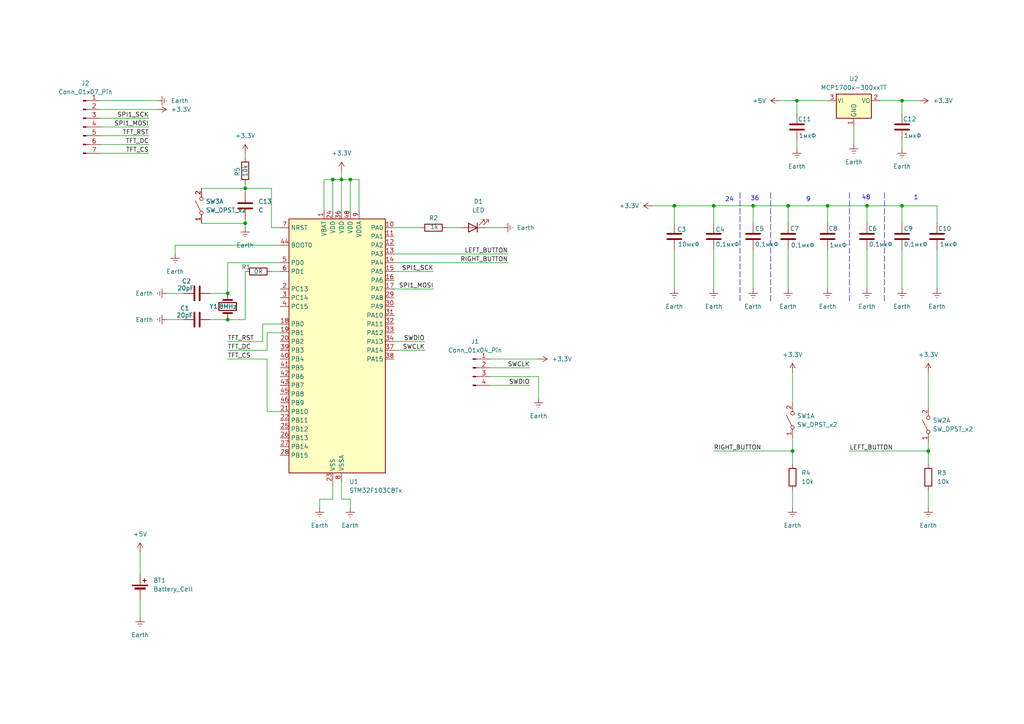
<source format=kicad_sch>
(kicad_sch (version 20231120) (generator "eeschema") (generator_version "8.0")
  (paper "A4")
  (lib_symbols
    (symbol "Connector:Conn_01x04_Pin" (pin_names (offset 1.016) hide)
      (property "Reference" "J" (at 0 5.08 0))
      (property "Value" "Conn_01x04_Pin" (at 0 -7.62 0))
      (symbol "Conn_01x04_Pin_1_1"
        (polyline (pts (xy 1.27 -5.08) (xy 0.8636 -5.08)) (stroke (width 0.1524)))
        (polyline (pts (xy 1.27 -2.54) (xy 0.8636 -2.54)) (stroke (width 0.1524)))
        (polyline (pts (xy 1.27 0) (xy 0.8636 0)) (stroke (width 0.1524)))
        (polyline (pts (xy 1.27 2.54) (xy 0.8636 2.54)) (stroke (width 0.1524)))
        (rectangle (start 0.8636 -4.953) (end 0 -5.207) (stroke (width 0.1524)) (fill (type outline)))
        (rectangle (start 0.8636 -2.413) (end 0 -2.667) (stroke (width 0.1524)) (fill (type outline)))
        (rectangle (start 0.8636 0.127) (end 0 -0.127) (stroke (width 0.1524)) (fill (type outline)))
        (rectangle (start 0.8636 2.667) (end 0 2.413) (stroke (width 0.1524)) (fill (type outline)))
        (pin passive line (at 5.08 2.54 180) (length 3.81) (name "Pin_1") (number "1"))
        (pin passive line (at 5.08 0 180) (length 3.81) (name "Pin_2") (number "2"))
        (pin passive line (at 5.08 -2.54 180) (length 3.81) (name "Pin_3") (number "3"))
        (pin passive line (at 5.08 -5.08 180) (length 3.81) (name "Pin_4") (number "4"))
      )
    )
    (symbol "Connector:Conn_01x07_Pin" (pin_names (offset 1.016) hide)
      (property "Reference" "J" (at 0 10.16 0))
      (property "Value" "Conn_01x07_Pin" (at 0 -10.16 0))
      (symbol "Conn_01x07_Pin_1_1"
        (polyline (pts (xy 1.27 -7.62) (xy 0.8636 -7.62)) (stroke (width 0.1524)))
        (polyline (pts (xy 1.27 -5.08) (xy 0.8636 -5.08)) (stroke (width 0.1524)))
        (polyline (pts (xy 1.27 -2.54) (xy 0.8636 -2.54)) (stroke (width 0.1524)))
        (polyline (pts (xy 1.27 0) (xy 0.8636 0)) (stroke (width 0.1524)))
        (polyline (pts (xy 1.27 2.54) (xy 0.8636 2.54)) (stroke (width 0.1524)))
        (polyline (pts (xy 1.27 5.08) (xy 0.8636 5.08)) (stroke (width 0.1524)))
        (polyline (pts (xy 1.27 7.62) (xy 0.8636 7.62)) (stroke (width 0.1524)))
        (rectangle (start 0.8636 -7.493) (end 0 -7.747) (stroke (width 0.1524)) (fill (type outline)))
        (rectangle (start 0.8636 -4.953) (end 0 -5.207) (stroke (width 0.1524)) (fill (type outline)))
        (rectangle (start 0.8636 -2.413) (end 0 -2.667) (stroke (width 0.1524)) (fill (type outline)))
        (rectangle (start 0.8636 0.127) (end 0 -0.127) (stroke (width 0.1524)) (fill (type outline)))
        (rectangle (start 0.8636 2.667) (end 0 2.413) (stroke (width 0.1524)) (fill (type outline)))
        (rectangle (start 0.8636 5.207) (end 0 4.953) (stroke (width 0.1524)) (fill (type outline)))
        (rectangle (start 0.8636 7.747) (end 0 7.493) (stroke (width 0.1524)) (fill (type outline)))
        (pin passive line (at 5.08 7.62 180) (length 3.81) (name "Pin_1") (number "1"))
        (pin passive line (at 5.08 5.08 180) (length 3.81) (name "Pin_2") (number "2"))
        (pin passive line (at 5.08 2.54 180) (length 3.81) (name "Pin_3") (number "3"))
        (pin passive line (at 5.08 0 180) (length 3.81) (name "Pin_4") (number "4"))
        (pin passive line (at 5.08 -2.54 180) (length 3.81) (name "Pin_5") (number "5"))
        (pin passive line (at 5.08 -5.08 180) (length 3.81) (name "Pin_6") (number "6"))
        (pin passive line (at 5.08 -7.62 180) (length 3.81) (name "Pin_7") (number "7"))
      )
    )
    (symbol "Device:Battery_Cell" (pin_numbers hide) (pin_names (offset 0) hide)
      (property "Reference" "BT" (at 2.54 2.54 0))
      (property "Value" "Battery_Cell" (at 2.54 0 0))
      (symbol "Battery_Cell_0_1"
        (rectangle (start -2.286 1.778) (end 2.286 1.524) (fill (type outline)))
        (rectangle (start -1.524 1.016) (end 1.524 0.508) (fill (type outline)))
        (polyline (pts (xy 0 0.762) (xy 0 0)))
        (polyline (pts (xy 0 1.778) (xy 0 2.54)))
        (polyline (pts (xy 0.762 3.048) (xy 1.778 3.048)) (stroke (width 0.254)))
        (polyline (pts (xy 1.27 3.556) (xy 1.27 2.54)) (stroke (width 0.254)))
      )
      (symbol "Battery_Cell_1_1"
        (pin passive line (at 0 5.08 270) (length 2.54) (name "+") (number "1"))
        (pin passive line (at 0 -2.54 90) (length 2.54) (name "-") (number "2"))
      )
    )
    (symbol "Device:C" (pin_numbers hide) (pin_names (offset 0.254))
      (property "Reference" "C" (at 0.635 2.54 0))
      (property "Value" "C" (at 0.635 -2.54 0))
      (symbol "C_0_1"
        (polyline (pts (xy -2.032 -0.762) (xy 2.032 -0.762)) (stroke (width 0.508)))
        (polyline (pts (xy -2.032 0.762) (xy 2.032 0.762)) (stroke (width 0.508)))
      )
      (symbol "C_1_1"
        (pin passive line (at 0 3.81 270) (length 2.794) (name "~") (number "1"))
        (pin passive line (at 0 -3.81 90) (length 2.794) (name "~") (number "2"))
      )
    )
    (symbol "Device:Crystal" (pin_numbers hide) (pin_names (offset 1.016) hide)
      (property "Reference" "Y" (at 0 3.81 0))
      (property "Value" "Crystal" (at 0 -3.81 0))
      (symbol "Crystal_0_1"
        (rectangle (start -1.143 2.54) (end 1.143 -2.54) (stroke (width 0.3048)))
        (polyline (pts (xy -2.54 0) (xy -1.905 0)))
        (polyline (pts (xy -1.905 -1.27) (xy -1.905 1.27)) (stroke (width 0.508)))
        (polyline (pts (xy 1.905 -1.27) (xy 1.905 1.27)) (stroke (width 0.508)))
        (polyline (pts (xy 2.54 0) (xy 1.905 0)))
      )
      (symbol "Crystal_1_1"
        (pin passive line (at -3.81 0 0) (length 1.27) (name "1") (number "1"))
        (pin passive line (at 3.81 0 180) (length 1.27) (name "2") (number "2"))
      )
    )
    (symbol "Device:LED" (pin_numbers hide) (pin_names (offset 1.016) hide)
      (property "Reference" "D" (at 0 2.54 0))
      (property "Value" "LED" (at 0 -2.54 0))
      (symbol "LED_0_1"
        (polyline (pts (xy -1.27 -1.27) (xy -1.27 1.27)) (stroke (width 0.254)))
        (polyline (pts (xy -1.27 0) (xy 1.27 0)))
        (polyline (pts (xy 1.27 -1.27) (xy 1.27 1.27) (xy -1.27 0) (xy 1.27 -1.27)) (stroke (width 0.254)))
        (polyline (pts (xy -3.048 -0.762) (xy -4.572 -2.286) (xy -3.81 -2.286) (xy -4.572 -2.286) (xy -4.572 -1.524)))
        (polyline (pts (xy -1.778 -0.762) (xy -3.302 -2.286) (xy -2.54 -2.286) (xy -3.302 -2.286) (xy -3.302 -1.524)))
      )
      (symbol "LED_1_1"
        (pin passive line (at -3.81 0 0) (length 2.54) (name "K") (number "1"))
        (pin passive line (at 3.81 0 180) (length 2.54) (name "A") (number "2"))
      )
    )
    (symbol "Device:R" (pin_numbers hide) (pin_names (offset 0))
      (property "Reference" "R" (at 2.032 0 90))
      (property "Value" "R" (at 0 0 90))
      (symbol "R_0_1"
        (rectangle (start -1.016 -2.54) (end 1.016 2.54) (stroke (width 0.254)))
      )
      (symbol "R_1_1"
        (pin passive line (at 0 3.81 270) (length 1.27) (name "~") (number "1"))
        (pin passive line (at 0 -3.81 90) (length 1.27) (name "~") (number "2"))
      )
    )
    (symbol "MCU_ST_STM32F1:STM32F103C8Tx"
      (property "Reference" "U" (at -12.7 39.37 0))
      (property "Value" "STM32F103C8Tx" (at 10.16 39.37 0))
      (symbol "STM32F103C8Tx_0_1"
        (rectangle (start -12.7 -35.56) (end 15.24 38.1) (stroke (width 0.254)) (fill (type background)))
      )
      (symbol "STM32F103C8Tx_1_1"
        (pin power_in line (at -2.54 40.64 270) (length 2.54) (name "VBAT") (number "1"))
        (pin bidirectional line (at 17.78 35.56 180) (length 2.54) (name "PA0") (number "10"))
        (pin bidirectional line (at 17.78 33.02 180) (length 2.54) (name "PA1") (number "11"))
        (pin bidirectional line (at 17.78 30.48 180) (length 2.54) (name "PA2") (number "12"))
        (pin bidirectional line (at 17.78 27.94 180) (length 2.54) (name "PA3") (number "13"))
        (pin bidirectional line (at 17.78 25.4 180) (length 2.54) (name "PA4") (number "14"))
        (pin bidirectional line (at 17.78 22.86 180) (length 2.54) (name "PA5") (number "15"))
        (pin bidirectional line (at 17.78 20.32 180) (length 2.54) (name "PA6") (number "16"))
        (pin bidirectional line (at 17.78 17.78 180) (length 2.54) (name "PA7") (number "17"))
        (pin bidirectional line (at -15.24 7.62 0) (length 2.54) (name "PB0") (number "18"))
        (pin bidirectional line (at -15.24 5.08 0) (length 2.54) (name "PB1") (number "19"))
        (pin bidirectional line (at -15.24 17.78 0) (length 2.54) (name "PC13") (number "2"))
        (pin bidirectional line (at -15.24 2.54 0) (length 2.54) (name "PB2") (number "20"))
        (pin bidirectional line (at -15.24 -17.78 0) (length 2.54) (name "PB10") (number "21"))
        (pin bidirectional line (at -15.24 -20.32 0) (length 2.54) (name "PB11") (number "22"))
        (pin power_in line (at 0 -38.1 90) (length 2.54) (name "VSS") (number "23"))
        (pin power_in line (at 0 40.64 270) (length 2.54) (name "VDD") (number "24"))
        (pin bidirectional line (at -15.24 -22.86 0) (length 2.54) (name "PB12") (number "25"))
        (pin bidirectional line (at -15.24 -25.4 0) (length 2.54) (name "PB13") (number "26"))
        (pin bidirectional line (at -15.24 -27.94 0) (length 2.54) (name "PB14") (number "27"))
        (pin bidirectional line (at -15.24 -30.48 0) (length 2.54) (name "PB15") (number "28"))
        (pin bidirectional line (at 17.78 15.24 180) (length 2.54) (name "PA8") (number "29"))
        (pin bidirectional line (at -15.24 15.24 0) (length 2.54) (name "PC14") (number "3"))
        (pin bidirectional line (at 17.78 12.7 180) (length 2.54) (name "PA9") (number "30"))
        (pin bidirectional line (at 17.78 10.16 180) (length 2.54) (name "PA10") (number "31"))
        (pin bidirectional line (at 17.78 7.62 180) (length 2.54) (name "PA11") (number "32"))
        (pin bidirectional line (at 17.78 5.08 180) (length 2.54) (name "PA12") (number "33"))
        (pin bidirectional line (at 17.78 2.54 180) (length 2.54) (name "PA13") (number "34"))
        (pin passive line (at 0 -38.1 90) (length 2.54) hide (name "VSS") (number "35"))
        (pin power_in line (at 2.54 40.64 270) (length 2.54) (name "VDD") (number "36"))
        (pin bidirectional line (at 17.78 0 180) (length 2.54) (name "PA14") (number "37"))
        (pin bidirectional line (at 17.78 -2.54 180) (length 2.54) (name "PA15") (number "38"))
        (pin bidirectional line (at -15.24 0 0) (length 2.54) (name "PB3") (number "39"))
        (pin bidirectional line (at -15.24 12.7 0) (length 2.54) (name "PC15") (number "4"))
        (pin bidirectional line (at -15.24 -2.54 0) (length 2.54) (name "PB4") (number "40"))
        (pin bidirectional line (at -15.24 -5.08 0) (length 2.54) (name "PB5") (number "41"))
        (pin bidirectional line (at -15.24 -7.62 0) (length 2.54) (name "PB6") (number "42"))
        (pin bidirectional line (at -15.24 -10.16 0) (length 2.54) (name "PB7") (number "43"))
        (pin input line (at -15.24 30.48 0) (length 2.54) (name "BOOT0") (number "44"))
        (pin bidirectional line (at -15.24 -12.7 0) (length 2.54) (name "PB8") (number "45"))
        (pin bidirectional line (at -15.24 -15.24 0) (length 2.54) (name "PB9") (number "46"))
        (pin passive line (at 0 -38.1 90) (length 2.54) hide (name "VSS") (number "47"))
        (pin power_in line (at 5.08 40.64 270) (length 2.54) (name "VDD") (number "48"))
        (pin bidirectional line (at -15.24 25.4 0) (length 2.54) (name "PD0") (number "5"))
        (pin bidirectional line (at -15.24 22.86 0) (length 2.54) (name "PD1") (number "6"))
        (pin input line (at -15.24 35.56 0) (length 2.54) (name "NRST") (number "7"))
        (pin power_in line (at 2.54 -38.1 90) (length 2.54) (name "VSSA") (number "8"))
        (pin power_in line (at 7.62 40.64 270) (length 2.54) (name "VDDA") (number "9"))
      )
    )
    (symbol "Regulator_Linear:MCP1700x-300xxTT" (pin_names (offset 0.254))
      (property "Reference" "U" (at -3.81 3.175 0))
      (property "Value" "MCP1700x-300xxTT" (at 0 3.175 0))
      (symbol "MCP1700x-300xxTT_0_1"
        (rectangle (start -5.08 1.905) (end 5.08 -5.08) (stroke (width 0.254)) (fill (type background)))
      )
      (symbol "MCP1700x-300xxTT_1_1"
        (pin power_in line (at 0 -7.62 90) (length 2.54) (name "GND") (number "1"))
        (pin power_out line (at 7.62 0 180) (length 2.54) (name "VO") (number "2"))
        (pin power_in line (at -7.62 0 0) (length 2.54) (name "VI") (number "3"))
      )
    )
    (symbol "Switch:SW_DPST_x2" (pin_names (offset 0) hide)
      (property "Reference" "SW" (at 0 3.175 0))
      (property "Value" "SW_DPST_x2" (at 0 -2.54 0))
      (symbol "SW_DPST_x2_0_0"
        (circle (center -2.032 0) (radius 0.508))
        (polyline (pts (xy -1.524 0.254) (xy 1.524 1.778)))
        (circle (center 2.032 0) (radius 0.508))
      )
      (symbol "SW_DPST_x2_1_1"
        (pin passive line (at -5.08 0 0) (length 2.54) (name "A") (number "1"))
        (pin passive line (at 5.08 0 180) (length 2.54) (name "B") (number "2"))
      )
      (symbol "SW_DPST_x2_2_1"
        (pin passive line (at -5.08 0 0) (length 2.54) (name "A") (number "3"))
        (pin passive line (at 5.08 0 180) (length 2.54) (name "B") (number "4"))
      )
    )
    (symbol "power:+3.3V" (power) (pin_numbers hide) (pin_names (offset 0) hide)
      (property "Value" "+3.3V" (at 0 3.556 0))
      (symbol "+3.3V_0_1"
        (polyline (pts (xy -0.762 1.27) (xy 0 2.54)))
        (polyline (pts (xy 0 0) (xy 0 2.54)))
        (polyline (pts (xy 0 2.54) (xy 0.762 1.27)))
      )
      (symbol "+3.3V_1_1"
        (pin power_in line (at 0 0 90) (length 0) (name "~") (number "1"))
      )
    )
    (symbol "power:+5V" (power) (pin_numbers hide) (pin_names (offset 0) hide)
      (property "Value" "+5V" (at 0 3.556 0))
      (symbol "+5V_0_1"
        (polyline (pts (xy -0.762 1.27) (xy 0 2.54)))
        (polyline (pts (xy 0 0) (xy 0 2.54)))
        (polyline (pts (xy 0 2.54) (xy 0.762 1.27)))
      )
      (symbol "+5V_1_1"
        (pin power_in line (at 0 0 90) (length 0) (name "~") (number "1"))
      )
    )
    (symbol "power:Earth" (power) (pin_numbers hide) (pin_names (offset 0) hide)
      (property "Value" "Earth" (at 0 -3.81 0))
      (symbol "Earth_0_1"
        (polyline (pts (xy -0.635 -1.905) (xy 0.635 -1.905)))
        (polyline (pts (xy -0.127 -2.54) (xy 0.127 -2.54)))
        (polyline (pts (xy 0 -1.27) (xy 0 0)))
        (polyline (pts (xy 1.27 -1.27) (xy -1.27 -1.27)))
      )
      (symbol "Earth_1_1"
        (pin power_in line (at 0 0 270) (length 0) (name "~") (number "1"))
      )
    )
  )
  (junction (at 240.03 59.69))
  (junction (at 96.52 52.07))
  (junction (at 99.06 52.07))
  (junction (at 261.62 29.21))
  (junction (at 229.87 130.81))
  (junction (at 218.44 59.69))
  (junction (at 66.04 85.09))
  (junction (at 71.12 54.61))
  (junction (at 269.24 130.81))
  (junction (at 261.62 59.69))
  (junction (at 251.46 59.69))
  (junction (at 101.6 52.07))
  (junction (at 195.58 59.69))
  (junction (at 207.01 59.69))
  (junction (at 231.14 29.21))
  (junction (at 66.04 92.71))
  (junction (at 228.6 59.69))
  (junction (at 71.12 64.77))
  (wire (pts (xy 81.28 66.04) (xy 78.74 66.04)))
  (wire (pts (xy 66.04 92.71) (xy 71.12 92.71)))
  (wire (pts (xy 261.62 33.02) (xy 261.62 29.21)))
  (wire (pts (xy 77.47 119.38) (xy 77.47 104.14)))
  (polyline (pts (xy 223.52 55.88) (xy 223.52 87.63)) (stroke (width 0) (type dash)))
  (wire (pts (xy 114.3 83.82) (xy 125.73 83.82)))
  (wire (pts (xy 271.78 72.39) (xy 271.78 83.82)))
  (wire (pts (xy 269.24 130.81) (xy 269.24 134.62)))
  (wire (pts (xy 261.62 64.77) (xy 261.62 59.69)))
  (wire (pts (xy 101.6 52.07) (xy 99.06 52.07)))
  (wire (pts (xy 251.46 83.82) (xy 251.46 72.39)))
  (wire (pts (xy 226.06 29.21) (xy 231.14 29.21)))
  (wire (pts (xy 218.44 83.82) (xy 218.44 72.39)))
  (wire (pts (xy 195.58 64.77) (xy 195.58 59.69)))
  (wire (pts (xy 71.12 64.77) (xy 71.12 66.04)))
  (wire (pts (xy 261.62 29.21) (xy 266.7 29.21)))
  (wire (pts (xy 66.04 99.06) (xy 76.2 99.06)))
  (wire (pts (xy 58.42 54.61) (xy 71.12 54.61)))
  (wire (pts (xy 99.06 139.7) (xy 99.06 144.78)))
  (polyline (pts (xy 256.54 55.88) (xy 256.54 87.63)) (stroke (width 0) (type dash)))
  (wire (pts (xy 229.87 107.95) (xy 229.87 116.84)))
  (wire (pts (xy 114.3 66.04) (xy 121.92 66.04)))
  (wire (pts (xy 101.6 144.78) (xy 101.6 147.32)))
  (wire (pts (xy 114.3 73.66) (xy 147.32 73.66)))
  (wire (pts (xy 99.06 52.07) (xy 99.06 60.96)))
  (wire (pts (xy 247.65 36.83) (xy 247.65 41.91)))
  (wire (pts (xy 195.58 59.69) (xy 207.01 59.69)))
  (wire (pts (xy 99.06 52.07) (xy 99.06 49.53)))
  (wire (pts (xy 231.14 33.02) (xy 231.14 29.21)))
  (wire (pts (xy 240.03 64.77) (xy 240.03 59.69)))
  (wire (pts (xy 40.64 160.02) (xy 40.64 166.37)))
  (wire (pts (xy 156.21 109.22) (xy 156.21 115.57)))
  (wire (pts (xy 96.52 52.07) (xy 96.52 60.96)))
  (wire (pts (xy 189.23 59.69) (xy 195.58 59.69)))
  (wire (pts (xy 99.06 144.78) (xy 101.6 144.78)))
  (wire (pts (xy 251.46 59.69) (xy 261.62 59.69)))
  (wire (pts (xy 207.01 130.81) (xy 229.87 130.81)))
  (wire (pts (xy 261.62 59.69) (xy 271.78 59.69)))
  (wire (pts (xy 93.98 60.96) (xy 93.98 52.07)))
  (wire (pts (xy 78.74 54.61) (xy 71.12 54.61)))
  (wire (pts (xy 114.3 101.6) (xy 123.19 101.6)))
  (wire (pts (xy 50.8 73.66) (xy 50.8 71.12)))
  (wire (pts (xy 104.14 60.96) (xy 104.14 52.07)))
  (wire (pts (xy 96.52 144.78) (xy 92.71 144.78)))
  (polyline (pts (xy 214.63 55.88) (xy 214.63 87.63)) (stroke (width 0) (type dash)))
  (wire (pts (xy 269.24 142.24) (xy 269.24 147.32)))
  (wire (pts (xy 207.01 59.69) (xy 218.44 59.69)))
  (wire (pts (xy 40.64 173.99) (xy 40.64 179.07)))
  (wire (pts (xy 96.52 52.07) (xy 99.06 52.07)))
  (wire (pts (xy 92.71 144.78) (xy 92.71 147.32)))
  (wire (pts (xy 48.26 92.71) (xy 53.34 92.71)))
  (wire (pts (xy 255.27 29.21) (xy 261.62 29.21)))
  (wire (pts (xy 231.14 40.64) (xy 231.14 43.18)))
  (wire (pts (xy 269.24 107.95) (xy 269.24 118.11)))
  (wire (pts (xy 207.01 59.69) (xy 207.01 64.77)))
  (wire (pts (xy 29.21 36.83) (xy 43.18 36.83)))
  (wire (pts (xy 71.12 78.74) (xy 71.12 92.71)))
  (wire (pts (xy 76.2 93.98) (xy 81.28 93.98)))
  (wire (pts (xy 29.21 31.75) (xy 45.72 31.75)))
  (wire (pts (xy 228.6 72.39) (xy 228.6 83.82)))
  (wire (pts (xy 140.97 66.04) (xy 146.05 66.04)))
  (wire (pts (xy 71.12 55.88) (xy 71.12 54.61)))
  (wire (pts (xy 60.96 85.09) (xy 66.04 85.09)))
  (wire (pts (xy 251.46 64.77) (xy 251.46 59.69)))
  (wire (pts (xy 114.3 78.74) (xy 125.73 78.74)))
  (wire (pts (xy 81.28 119.38) (xy 77.47 119.38)))
  (wire (pts (xy 104.14 52.07) (xy 101.6 52.07)))
  (wire (pts (xy 114.3 99.06) (xy 123.19 99.06)))
  (wire (pts (xy 93.98 52.07) (xy 96.52 52.07)))
  (wire (pts (xy 77.47 104.14) (xy 66.04 104.14)))
  (wire (pts (xy 60.96 92.71) (xy 66.04 92.71)))
  (wire (pts (xy 76.2 99.06) (xy 76.2 93.98)))
  (wire (pts (xy 195.58 83.82) (xy 195.58 72.39)))
  (wire (pts (xy 58.42 64.77) (xy 71.12 64.77)))
  (wire (pts (xy 129.54 66.04) (xy 133.35 66.04)))
  (wire (pts (xy 271.78 59.69) (xy 271.78 64.77)))
  (wire (pts (xy 66.04 101.6) (xy 77.47 101.6)))
  (wire (pts (xy 29.21 39.37) (xy 43.18 39.37)))
  (wire (pts (xy 229.87 142.24) (xy 229.87 147.32)))
  (wire (pts (xy 269.24 130.81) (xy 269.24 128.27)))
  (wire (pts (xy 261.62 72.39) (xy 261.62 83.82)))
  (wire (pts (xy 229.87 130.81) (xy 229.87 134.62)))
  (wire (pts (xy 29.21 44.45) (xy 43.18 44.45)))
  (wire (pts (xy 101.6 60.96) (xy 101.6 52.07)))
  (wire (pts (xy 29.21 29.21) (xy 45.72 29.21)))
  (wire (pts (xy 142.24 111.76) (xy 153.67 111.76)))
  (wire (pts (xy 142.24 109.22) (xy 156.21 109.22)))
  (wire (pts (xy 246.38 130.81) (xy 269.24 130.81)))
  (wire (pts (xy 142.24 106.68) (xy 153.67 106.68)))
  (wire (pts (xy 71.12 44.45) (xy 71.12 45.72)))
  (wire (pts (xy 77.47 101.6) (xy 77.47 96.52)))
  (wire (pts (xy 29.21 34.29) (xy 43.18 34.29)))
  (wire (pts (xy 29.21 41.91) (xy 43.18 41.91)))
  (wire (pts (xy 71.12 63.5) (xy 71.12 64.77)))
  (wire (pts (xy 207.01 72.39) (xy 207.01 83.82)))
  (wire (pts (xy 142.24 104.14) (xy 156.21 104.14)))
  (polyline (pts (xy 246.38 55.88) (xy 246.38 87.63)) (stroke (width 0) (type dash)))
  (wire (pts (xy 81.28 76.2) (xy 66.04 76.2)))
  (wire (pts (xy 218.44 59.69) (xy 228.6 59.69)))
  (wire (pts (xy 229.87 127) (xy 229.87 130.81)))
  (wire (pts (xy 50.8 71.12) (xy 81.28 71.12)))
  (wire (pts (xy 228.6 59.69) (xy 240.03 59.69)))
  (wire (pts (xy 78.74 66.04) (xy 78.74 54.61)))
  (wire (pts (xy 240.03 59.69) (xy 251.46 59.69)))
  (wire (pts (xy 231.14 29.21) (xy 240.03 29.21)))
  (wire (pts (xy 240.03 83.82) (xy 240.03 72.39)))
  (wire (pts (xy 71.12 54.61) (xy 71.12 53.34)))
  (wire (pts (xy 78.74 78.74) (xy 81.28 78.74)))
  (wire (pts (xy 228.6 64.77) (xy 228.6 59.69)))
  (wire (pts (xy 48.26 85.09) (xy 53.34 85.09)))
  (wire (pts (xy 66.04 76.2) (xy 66.04 85.09)))
  (wire (pts (xy 261.62 40.64) (xy 261.62 43.18)))
  (wire (pts (xy 114.3 76.2) (xy 147.32 76.2)))
  (wire (pts (xy 218.44 64.77) (xy 218.44 59.69)))
  (wire (pts (xy 77.47 96.52) (xy 81.28 96.52)))
  (wire (pts (xy 96.52 139.7) (xy 96.52 144.78)))
  (text "1" (at 265.684 57.404 0) (effects (font (size 1.27 1.27))))
  (text "36" (at 218.948 57.658 0) (effects (font (size 1.27 1.27))))
  (text "9" (at 234.442 57.912 0) (effects (font (size 1.27 1.27))))
  (text "24" (at 211.582 57.912 0) (effects (font (size 1.27 1.27))))
  (text "48" (at 251.206 57.404 0) (effects (font (size 1.27 1.27))))
  (label "RIGHT_BUTTON" (at 207.01 130.81 0))
  (label "SWDIO" (at 123.19 99.06 180))
  (label "SWCLK" (at 153.67 106.68 180))
  (label "SPI1_MOSI" (at 43.18 36.83 180))
  (label "TFT_CS" (at 66.04 104.14 0))
  (label "RIGHT_BUTTON" (at 147.32 76.2 180))
  (label "TFT_CS" (at 43.18 44.45 180))
  (label "LEFT_BUTTON" (at 246.38 130.81 0))
  (label "TFT_DC" (at 43.18 41.91 180))
  (label "SPI1_SCK" (at 125.73 78.74 180))
  (label "SPI1_SCK" (at 43.18 34.29 180))
  (label "LEFT_BUTTON" (at 147.32 73.66 180))
  (label "TFT_DC" (at 66.04 101.6 0))
  (label "TFT_RST" (at 43.18 39.37 180))
  (label "TFT_RST" (at 66.04 99.06 0))
  (label "SPI1_MOSI" (at 125.73 83.82 180))
  (label "SWDIO" (at 153.67 111.76 180))
  (label "SWCLK" (at 123.19 101.6 180))
  (symbol (lib_id "power:+3.3V") (at 229.87 107.95 0) (unit 1)
    (property "Reference" "#PWR021" (effects (hide yes)))
    (property "Value" "+3.3V" (at 229.87 102.87 0))
    (property "Description" "Power symbol creates a global label with name \"+3.3V\"" (effects (hide yes)))
  )
  (symbol (lib_id "power:Earth") (at 195.58 83.82 0) (unit 1)
    (property "Reference" "#PWR09" (effects (hide yes)))
    (property "Value" "Earth" (at 195.58 88.9 0))
    (property "Description" "Power symbol creates a global label with name \"Earth\"" (effects (hide yes)))
  )
  (symbol (lib_id "power:Earth") (at 240.03 83.82 0) (unit 1)
    (property "Reference" "#PWR013" (effects (hide yes)))
    (property "Value" "Earth" (at 240.03 88.9 0))
    (property "Description" "Power symbol creates a global label with name \"Earth\"" (effects (hide yes)))
  )
  (symbol (lib_id "power:Earth") (at 251.46 83.82 0) (unit 1)
    (property "Reference" "#PWR014" (effects (hide yes)))
    (property "Value" "Earth" (at 251.46 88.9 0))
    (property "Description" "Power symbol creates a global label with name \"Earth\"" (effects (hide yes)))
  )
  (symbol (lib_id "MCU_ST_STM32F1:STM32F103C8Tx") (at 96.52 101.6 0) (unit 1)
    (property "Reference" "U1" (at 101.2541 139.7 0) (effects (justify left)))
    (property "Value" "STM32F103C8Tx" (at 101.2541 142.24 0) (effects (justify left)))
    (property "Footprint" "Package_QFP:LQFP-48_7x7mm_P0.5mm" (effects (hide yes)))
    (property "Datasheet" "https://www.st.com/resource/en/datasheet/stm32f103c8.pdf" (effects (hide yes)))
    (property "Description" "STMicroelectronics Arm Cortex-M3 MCU, 64KB flash, 20KB RAM, 72 MHz, 2.0-3.6V, 37 GPIO, LQFP48" (effects (hide yes)))
  )
  (symbol (lib_id "power:+5V") (at 226.06 29.21 90) (unit 1)
    (property "Reference" "#PWR027" (effects (hide yes)))
    (property "Value" "+5V" (at 222.25 29.2099 90) (effects (justify left)))
    (property "Description" "Power symbol creates a global label with name \"+5V\"" (effects (hide yes)))
  )
  (symbol (lib_id "power:Earth") (at 231.14 43.18 0) (unit 1)
    (property "Reference" "#PWR031" (effects (hide yes)))
    (property "Value" "Earth" (at 231.14 48.26 0))
    (property "Description" "Power symbol creates a global label with name \"Earth\"" (effects (hide yes)))
  )
  (symbol (lib_id "power:+3.3V") (at 266.7 29.21 270) (unit 1)
    (property "Reference" "#PWR028" (effects (hide yes)))
    (property "Value" "+3.3V" (at 270.51 29.2099 90) (effects (justify left)))
    (property "Description" "Power symbol creates a global label with name \"+3.3V\"" (effects (hide yes)))
  )
  (symbol (lib_id "power:Earth") (at 40.64 179.07 0) (unit 1)
    (property "Reference" "#PWR023" (effects (hide yes)))
    (property "Value" "Earth" (at 40.64 184.15 0))
    (property "Description" "Power symbol creates a global label with name \"Earth\"" (effects (hide yes)))
  )
  (symbol (lib_id "Switch:SW_DPST_x2") (at 269.24 123.19 90) (unit 1)
    (property "Reference" "SW2" (at 270.51 121.9199 90) (effects (justify right)))
    (property "Value" "SW_DPST_x2" (at 270.51 124.4599 90) (effects (justify right)))
    (property "Footprint" "Connector_PinHeader_2.54mm:PinHeader_1x02_P2.54mm_Vertical" (effects (hide yes)))
    (property "Description" "Single Pole Single Throw (SPST) switch, separate symbol" (effects (hide yes)))
  )
  (symbol (lib_id "Connector:Conn_01x04_Pin") (at 137.16 106.68 0) (unit 1)
    (property "Reference" "J1" (at 137.795 99.06 0))
    (property "Value" "Conn_01x04_Pin" (at 137.795 101.6 0))
    (property "Footprint" "Connector_PinHeader_2.54mm:PinHeader_1x04_P2.54mm_Vertical" (effects (hide yes)))
    (property "Description" "Generic connector, single row, 01x04, script generated" (effects (hide yes)))
  )
  (symbol (lib_id "Device:C") (at 231.14 36.83 0) (unit 1)
    (property "Reference" "C11" (at 231.394 34.544 0) (effects (justify left)))
    (property "Value" "1мкФ" (at 231.648 39.37 0) (effects (justify left)))
    (property "Footprint" "Capacitor_SMD:C_0402_1005Metric" (effects (hide yes)))
    (property "Description" "Unpolarized capacitor" (effects (hide yes)))
  )
  (symbol (lib_id "Device:C") (at 207.01 68.58 0) (unit 1)
    (property "Reference" "C4" (at 207.518 66.548 0) (effects (justify left)))
    (property "Value" "0,1мкФ" (at 207.518 70.866 0) (effects (justify left)))
    (property "Footprint" "Capacitor_SMD:C_0402_1005Metric" (effects (hide yes)))
    (property "Description" "Unpolarized capacitor" (effects (hide yes)))
  )
  (symbol (lib_id "power:Earth") (at 92.71 147.32 0) (unit 1)
    (property "Reference" "#PWR04" (effects (hide yes)))
    (property "Value" "Earth" (at 92.71 152.4 0))
    (property "Description" "Power symbol creates a global label with name \"Earth\"" (effects (hide yes)))
  )
  (symbol (lib_id "Connector:Conn_01x07_Pin") (at 24.13 36.83 0) (unit 1)
    (property "Reference" "J2" (at 24.765 24.13 0))
    (property "Value" "Conn_01x07_Pin" (at 24.765 26.67 0))
    (property "Footprint" "Connector_PinSocket_2.54mm:PinSocket_1x07_P2.54mm_Vertical" (effects (hide yes)))
    (property "Description" "Generic connector, single row, 01x07, script generated" (effects (hide yes)))
  )
  (symbol (lib_id "power:Earth") (at 271.78 83.82 0) (unit 1)
    (property "Reference" "#PWR016" (effects (hide yes)))
    (property "Value" "Earth" (at 271.78 88.9 0))
    (property "Description" "Power symbol creates a global label with name \"Earth\"" (effects (hide yes)))
  )
  (symbol (lib_id "power:Earth") (at 247.65 41.91 0) (unit 1)
    (property "Reference" "#PWR029" (effects (hide yes)))
    (property "Value" "Earth" (at 247.65 46.99 0))
    (property "Description" "Power symbol creates a global label with name \"Earth\"" (effects (hide yes)))
  )
  (symbol (lib_id "Device:C") (at 261.62 36.83 0) (unit 1)
    (property "Reference" "C12" (at 261.874 34.544 0) (effects (justify left)))
    (property "Value" "1мкФ" (at 262.128 39.37 0) (effects (justify left)))
    (property "Footprint" "Capacitor_SMD:C_0402_1005Metric" (effects (hide yes)))
    (property "Description" "Unpolarized capacitor" (effects (hide yes)))
  )
  (symbol (lib_id "power:Earth") (at 269.24 147.32 0) (unit 1)
    (property "Reference" "#PWR019" (effects (hide yes)))
    (property "Value" "Earth" (at 269.24 152.4 0))
    (property "Description" "Power symbol creates a global label with name \"Earth\"" (effects (hide yes)))
  )
  (symbol (lib_id "Device:C") (at 71.12 59.69 0) (unit 1)
    (property "Reference" "C13" (at 74.93 58.4199 0) (effects (justify left)))
    (property "Value" "C" (at 74.93 60.9599 0) (effects (justify left)))
    (property "Footprint" "Capacitor_SMD:C_0402_1005Metric" (effects (hide yes)))
    (property "Description" "Unpolarized capacitor" (effects (hide yes)))
  )
  (symbol (lib_id "power:Earth") (at 45.72 29.21 90) (unit 1)
    (property "Reference" "#PWR026" (effects (hide yes)))
    (property "Value" "Earth" (at 49.53 29.2099 90) (effects (justify right)))
    (property "Description" "Power symbol creates a global label with name \"Earth\"" (effects (hide yes)))
  )
  (symbol (lib_id "Device:R") (at 74.93 78.74 270) (unit 1)
    (property "Reference" "R1" (at 71.374 77.47 90))
    (property "Value" "0R" (at 74.93 78.74 90))
    (property "Footprint" "Resistor_SMD:R_0402_1005Metric_Pad0.72x0.64mm_HandSolder" (effects (hide yes)))
    (property "Description" "Resistor" (effects (hide yes)))
  )
  (symbol (lib_id "power:Earth") (at 48.26 85.09 270) (unit 1)
    (property "Reference" "#PWR02" (effects (hide yes)))
    (property "Value" "Earth" (at 44.45 85.0899 90) (effects (justify right)))
    (property "Description" "Power symbol creates a global label with name \"Earth\"" (effects (hide yes)))
  )
  (symbol (lib_id "Device:R") (at 71.12 49.53 0) (unit 1)
    (property "Reference" "R5" (at 68.834 49.784 90))
    (property "Value" "10k" (at 71.12 49.53 90))
    (property "Footprint" "Resistor_SMD:R_0402_1005Metric_Pad0.72x0.64mm_HandSolder" (effects (hide yes)))
    (property "Description" "Resistor" (effects (hide yes)))
  )
  (symbol (lib_id "power:+3.3V") (at 189.23 59.69 90) (unit 1)
    (property "Reference" "#PWR08" (effects (hide yes)))
    (property "Value" "+3.3V" (at 185.42 59.6899 90) (effects (justify left)))
    (property "Description" "Power symbol creates a global label with name \"+3.3V\"" (effects (hide yes)))
  )
  (symbol (lib_id "Device:R") (at 229.87 138.43 0) (unit 1)
    (property "Reference" "R4" (at 232.41 137.1599 0) (effects (justify left)))
    (property "Value" "10k" (at 232.41 139.6999 0) (effects (justify left)))
    (property "Footprint" "Resistor_SMD:R_0402_1005Metric_Pad0.72x0.64mm_HandSolder" (effects (hide yes)))
    (property "Description" "Resistor" (effects (hide yes)))
  )
  (symbol (lib_id "power:Earth") (at 228.6 83.82 0) (unit 1)
    (property "Reference" "#PWR012" (effects (hide yes)))
    (property "Value" "Earth" (at 228.6 88.9 0))
    (property "Description" "Power symbol creates a global label with name \"Earth\"" (effects (hide yes)))
  )
  (symbol (lib_id "Device:C") (at 251.46 68.58 0) (unit 1)
    (property "Reference" "C6" (at 251.714 66.294 0) (effects (justify left)))
    (property "Value" "0,1мкФ" (at 251.968 70.866 0) (effects (justify left)))
    (property "Footprint" "Capacitor_SMD:C_0402_1005Metric" (effects (hide yes)))
    (property "Description" "Unpolarized capacitor" (effects (hide yes)))
  )
  (symbol (lib_id "power:+3.3V") (at 45.72 31.75 270) (unit 1)
    (property "Reference" "#PWR025" (effects (hide yes)))
    (property "Value" "+3.3V" (at 49.53 31.7499 90) (effects (justify left)))
    (property "Description" "Power symbol creates a global label with name \"+3.3V\"" (effects (hide yes)))
  )
  (symbol (lib_id "power:Earth") (at 218.44 83.82 0) (unit 1)
    (property "Reference" "#PWR011" (effects (hide yes)))
    (property "Value" "Earth" (at 218.44 88.9 0))
    (property "Description" "Power symbol creates a global label with name \"Earth\"" (effects (hide yes)))
  )
  (symbol (lib_id "Device:C") (at 57.15 92.71 90) (unit 1)
    (property "Reference" "C1" (at 53.594 89.408 90))
    (property "Value" "20pF" (at 53.594 91.44 90))
    (property "Footprint" "Capacitor_SMD:C_0402_1005Metric" (effects (hide yes)))
    (property "Description" "Unpolarized capacitor" (effects (hide yes)))
  )
  (symbol (lib_id "Device:C") (at 271.78 68.58 0) (unit 1)
    (property "Reference" "C10" (at 272.034 66.294 0) (effects (justify left)))
    (property "Value" "1мкФ" (at 272.542 70.866 0) (effects (justify left)))
    (property "Footprint" "Capacitor_SMD:C_0402_1005Metric" (effects (hide yes)))
    (property "Description" "Unpolarized capacitor" (effects (hide yes)))
  )
  (symbol (lib_id "Switch:SW_DPST_x2") (at 229.87 121.92 90) (unit 1)
    (property "Reference" "SW1" (at 231.14 120.6499 90) (effects (justify right)))
    (property "Value" "SW_DPST_x2" (at 231.14 123.1899 90) (effects (justify right)))
    (property "Footprint" "Connector_PinHeader_2.54mm:PinHeader_1x02_P2.54mm_Vertical" (effects (hide yes)))
    (property "Description" "Single Pole Single Throw (SPST) switch, separate symbol" (effects (hide yes)))
  )
  (symbol (lib_id "Device:C") (at 240.03 68.58 0) (unit 1)
    (property "Reference" "C8" (at 240.284 66.294 0) (effects (justify left)))
    (property "Value" "1мкФ" (at 240.538 71.12 0) (effects (justify left)))
    (property "Footprint" "Capacitor_SMD:C_0402_1005Metric" (effects (hide yes)))
    (property "Description" "Unpolarized capacitor" (effects (hide yes)))
  )
  (symbol (lib_id "Device:C") (at 228.6 68.58 0) (unit 1)
    (property "Reference" "C7" (at 229.108 66.294 0) (effects (justify left)))
    (property "Value" "0,1мкФ" (at 229.362 71.12 0) (effects (justify left)))
    (property "Footprint" "Capacitor_SMD:C_0402_1005Metric" (effects (hide yes)))
    (property "Description" "Unpolarized capacitor" (effects (hide yes)))
  )
  (symbol (lib_id "Device:Battery_Cell") (at 40.64 171.45 0) (unit 1)
    (property "Reference" "BT1" (at 44.45 168.3384 0) (effects (justify left)))
    (property "Value" "Battery_Cell" (at 44.45 170.8784 0) (effects (justify left)))
    (property "Footprint" "Connector_PinHeader_2.54mm:PinHeader_1x02_P2.54mm_Vertical" (effects (hide yes)))
    (property "Description" "Single-cell battery" (effects (hide yes)))
  )
  (symbol (lib_id "power:Earth") (at 48.26 92.71 270) (unit 1)
    (property "Reference" "#PWR03" (effects (hide yes)))
    (property "Value" "Earth" (at 44.45 92.7099 90) (effects (justify right)))
    (property "Description" "Power symbol creates a global label with name \"Earth\"" (effects (hide yes)))
  )
  (symbol (lib_id "power:Earth") (at 229.87 147.32 0) (unit 1)
    (property "Reference" "#PWR022" (effects (hide yes)))
    (property "Value" "Earth" (at 229.87 152.4 0))
    (property "Description" "Power symbol creates a global label with name \"Earth\"" (effects (hide yes)))
  )
  (symbol (lib_id "power:+3.3V") (at 156.21 104.14 270) (unit 1)
    (property "Reference" "#PWR017" (effects (hide yes)))
    (property "Value" "+3.3V" (at 160.02 104.1399 90) (effects (justify left)))
    (property "Description" "Power symbol creates a global label with name \"+3.3V\"" (effects (hide yes)))
  )
  (symbol (lib_id "Device:C") (at 57.15 85.09 90) (unit 1)
    (property "Reference" "C2" (at 54.102 81.534 90))
    (property "Value" "20pF" (at 53.848 83.566 90))
    (property "Footprint" "Capacitor_SMD:C_0402_1005Metric" (effects (hide yes)))
    (property "Description" "Unpolarized capacitor" (effects (hide yes)))
  )
  (symbol (lib_id "power:+3.3V") (at 40.64 160.02 0) (unit 1)
    (property "Reference" "#PWR024" (effects (hide yes)))
    (property "Value" "+5V" (at 40.64 154.94 0))
    (property "Description" "Power symbol creates a global label with name \"+3.3V\"" (effects (hide yes)))
  )
  (symbol (lib_id "power:Earth") (at 156.21 115.57 0) (unit 1)
    (property "Reference" "#PWR018" (effects (hide yes)))
    (property "Value" "Earth" (at 156.21 120.65 0))
    (property "Description" "Power symbol creates a global label with name \"Earth\"" (effects (hide yes)))
  )
  (symbol (lib_id "Regulator_Linear:MCP1700x-300xxTT") (at 247.65 29.21 0) (unit 1)
    (property "Reference" "U2" (at 247.65 22.86 0))
    (property "Value" "MCP1700x-300xxTT" (at 247.65 25.4 0))
    (property "Footprint" "Package_TO_SOT_SMD:SOT-23" (effects (hide yes)))
    (property "Datasheet" "http://ww1.microchip.com/downloads/en/DeviceDoc/20001826D.pdf" (effects (hide yes)))
    (property "Description" "250mA Low Quiscent Current LDO, 3.0V output, SOT-23" (effects (hide yes)))
  )
  (symbol (lib_id "power:Earth") (at 71.12 66.04 0) (unit 1)
    (property "Reference" "#PWR033" (effects (hide yes)))
    (property "Value" "Earth" (at 71.12 71.12 0))
    (property "Description" "Power symbol creates a global label with name \"Earth\"" (effects (hide yes)))
  )
  (symbol (lib_id "power:+3.3V") (at 99.06 49.53 0) (unit 1)
    (property "Reference" "#PWR05" (effects (hide yes)))
    (property "Value" "+3.3V" (at 99.06 44.45 0))
    (property "Description" "Power symbol creates a global label with name \"+3.3V\"" (effects (hide yes)))
  )
  (symbol (lib_id "Device:C") (at 261.62 68.58 0) (unit 1)
    (property "Reference" "C9" (at 262.128 66.294 0) (effects (justify left)))
    (property "Value" "0,1мкФ" (at 262.128 70.866 0) (effects (justify left)))
    (property "Footprint" "Capacitor_SMD:C_0402_1005Metric" (effects (hide yes)))
    (property "Description" "Unpolarized capacitor" (effects (hide yes)))
  )
  (symbol (lib_id "power:Earth") (at 261.62 83.82 0) (unit 1)
    (property "Reference" "#PWR015" (effects (hide yes)))
    (property "Value" "Earth" (at 261.62 88.9 0))
    (property "Description" "Power symbol creates a global label with name \"Earth\"" (effects (hide yes)))
  )
  (symbol (lib_id "Device:R") (at 125.73 66.04 90) (unit 1)
    (property "Reference" "R2" (at 125.73 63.246 90))
    (property "Value" "1k" (at 125.984 65.786 90))
    (property "Footprint" "Resistor_SMD:R_0402_1005Metric_Pad0.72x0.64mm_HandSolder" (effects (hide yes)))
    (property "Description" "Resistor" (effects (hide yes)))
  )
  (symbol (lib_id "power:+3.3V") (at 71.12 44.45 0) (unit 1)
    (property "Reference" "#PWR032" (effects (hide yes)))
    (property "Value" "+3.3V" (at 71.12 39.37 0))
    (property "Description" "Power symbol creates a global label with name \"+3.3V\"" (effects (hide yes)))
  )
  (symbol (lib_id "Device:C") (at 218.44 68.58 0) (unit 1)
    (property "Reference" "C5" (at 218.948 66.294 0) (effects (justify left)))
    (property "Value" "0,1мкФ" (at 218.948 70.866 0) (effects (justify left)))
    (property "Footprint" "Capacitor_SMD:C_0402_1005Metric" (effects (hide yes)))
    (property "Description" "Unpolarized capacitor" (effects (hide yes)))
  )
  (symbol (lib_id "power:Earth") (at 146.05 66.04 90) (unit 1)
    (property "Reference" "#PWR06" (effects (hide yes)))
    (property "Value" "Earth" (at 149.86 66.0399 90) (effects (justify right)))
    (property "Description" "Power symbol creates a global label with name \"Earth\"" (effects (hide yes)))
  )
  (symbol (lib_id "Device:R") (at 269.24 138.43 0) (unit 1)
    (property "Reference" "R3" (at 271.78 137.1599 0) (effects (justify left)))
    (property "Value" "10k" (at 271.78 139.6999 0) (effects (justify left)))
    (property "Footprint" "Resistor_SMD:R_0402_1005Metric_Pad0.72x0.64mm_HandSolder" (effects (hide yes)))
    (property "Description" "Resistor" (effects (hide yes)))
  )
  (symbol (lib_id "Device:LED") (at 137.16 66.04 180) (unit 1)
    (property "Reference" "D1" (at 138.7475 58.42 0))
    (property "Value" "LED" (at 138.7475 60.96 0))
    (property "Footprint" "LED_SMD:LED_0402_1005Metric_Pad0.77x0.64mm_HandSolder" (effects (hide yes)))
    (property "Description" "Light emitting diode" (effects (hide yes)))
  )
  (symbol (lib_id "power:+3.3V") (at 269.24 107.95 0) (unit 1)
    (property "Reference" "#PWR020" (effects (hide yes)))
    (property "Value" "+3.3V" (at 269.24 102.87 0))
    (property "Description" "Power symbol creates a global label with name \"+3.3V\"" (effects (hide yes)))
  )
  (symbol (lib_id "power:Earth") (at 101.6 147.32 0) (unit 1)
    (property "Reference" "#PWR07" (effects (hide yes)))
    (property "Value" "Earth" (at 101.6 152.4 0))
    (property "Description" "Power symbol creates a global label with name \"Earth\"" (effects (hide yes)))
  )
  (symbol (lib_id "power:Earth") (at 207.01 83.82 0) (unit 1)
    (property "Reference" "#PWR010" (effects (hide yes)))
    (property "Value" "Earth" (at 207.01 88.9 0))
    (property "Description" "Power symbol creates a global label with name \"Earth\"" (effects (hide yes)))
  )
  (symbol (lib_id "Device:Crystal") (at 66.04 88.9 270) (unit 1)
    (property "Reference" "Y1" (at 60.706 88.9 90) (effects (justify left)))
    (property "Value" "8MHz" (at 63.5 88.9 90) (effects (justify left)))
    (property "Footprint" "Crystal:Crystal_SMD_HC49-SD_HandSoldering" (effects (hide yes)))
    (property "Description" "Two pin crystal" (effects (hide yes)))
  )
  (symbol (lib_id "power:Earth") (at 50.8 73.66 0) (unit 1)
    (property "Reference" "#PWR01" (effects (hide yes)))
    (property "Value" "Earth" (at 50.8 78.74 0))
    (property "Description" "Power symbol creates a global label with name \"Earth\"" (effects (hide yes)))
  )
  (symbol (lib_id "power:Earth") (at 261.62 43.18 0) (unit 1)
    (property "Reference" "#PWR030" (effects (hide yes)))
    (property "Value" "Earth" (at 261.62 48.26 0))
    (property "Description" "Power symbol creates a global label with name \"Earth\"" (effects (hide yes)))
  )
  (symbol (lib_id "Device:C") (at 195.58 68.58 0) (unit 1)
    (property "Reference" "C3" (at 196.342 66.548 0) (effects (justify left)))
    (property "Value" "10мкФ" (at 196.596 70.866 0) (effects (justify left)))
    (property "Footprint" "Capacitor_SMD:C_0402_1005Metric" (effects (hide yes)))
    (property "Description" "Unpolarized capacitor" (effects (hide yes)))
  )
  (symbol (lib_id "Switch:SW_DPST_x2") (at 58.42 59.69 90) (unit 1)
    (property "Reference" "SW3" (at 59.69 58.4199 90) (effects (justify right)))
    (property "Value" "SW_DPST_x2" (at 59.69 60.9599 90) (effects (justify right)))
    (property "Footprint" "Button_Switch_SMD:SW_SPST_CK_KXT3" (effects (hide yes)))
    (property "Description" "Single Pole Single Throw (SPST) switch, separate symbol" (effects (hide yes)))
  )
)
</source>
